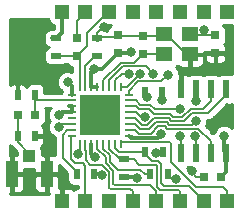
<source format=gtl>
G04 #@! TF.GenerationSoftware,KiCad,Pcbnew,(2017-11-08 revision cd21218)-HEAD*
G04 #@! TF.CreationDate,2018-02-15T18:50:46+02:00*
G04 #@! TF.ProjectId,rfm69w_adapter,72666D3639775F616461707465722E6B,rev?*
G04 #@! TF.SameCoordinates,Original*
G04 #@! TF.FileFunction,Copper,L1,Top,Signal*
G04 #@! TF.FilePolarity,Positive*
%FSLAX46Y46*%
G04 Gerber Fmt 4.6, Leading zero omitted, Abs format (unit mm)*
G04 Created by KiCad (PCBNEW (2017-11-08 revision cd21218)-HEAD) date Thu Feb 15 18:50:46 2018*
%MOMM*%
%LPD*%
G01*
G04 APERTURE LIST*
%ADD10R,1.400000X1.200000*%
%ADD11C,0.350000*%
%ADD12R,1.200000X1.200000*%
%ADD13R,0.750000X0.800000*%
%ADD14R,0.800000X0.750000*%
%ADD15R,0.500000X0.900000*%
%ADD16R,0.900000X0.500000*%
%ADD17R,0.700000X0.250000*%
%ADD18R,0.250000X0.700000*%
%ADD19R,1.725000X1.725000*%
%ADD20R,0.600000X1.550000*%
%ADD21R,1.050000X2.200000*%
%ADD22R,1.000000X1.050000*%
%ADD23C,0.800000*%
%ADD24C,0.200000*%
%ADD25C,0.300000*%
%ADD26C,0.254000*%
G04 APERTURE END LIST*
D10*
X128600000Y-67100000D03*
X126400000Y-67100000D03*
X126400000Y-65400000D03*
X128600000Y-65400000D03*
D11*
X116500000Y-68250000D03*
X116500000Y-71750000D03*
X116500000Y-73000000D03*
X113500000Y-75500000D03*
X116500000Y-73750000D03*
X117000000Y-75250000D03*
X116750000Y-74500000D03*
X116250000Y-75250000D03*
X131750000Y-65750000D03*
X130750000Y-68500000D03*
X129250000Y-68500000D03*
X128500000Y-68500000D03*
X116500000Y-64750000D03*
X116500000Y-69250000D03*
X116500000Y-70250000D03*
X117500000Y-70250000D03*
X118500000Y-78250000D03*
X117750000Y-78250000D03*
X117750000Y-77250000D03*
X130500000Y-73750000D03*
X131750000Y-73000000D03*
X131000000Y-73000000D03*
X130250000Y-73000000D03*
D12*
X131750000Y-79500000D03*
X129750000Y-79500000D03*
X127750000Y-79500000D03*
X125750000Y-79500000D03*
X123750000Y-79500000D03*
X121750000Y-79500000D03*
X119750000Y-79500000D03*
X117750000Y-79500000D03*
X131750000Y-63500000D03*
X129750000Y-63500000D03*
X127750000Y-63500000D03*
X125750000Y-63500000D03*
X123750000Y-63500000D03*
X119750000Y-63500000D03*
X121750000Y-63500000D03*
X117750000Y-63500000D03*
D13*
X130750000Y-65500000D03*
X130750000Y-67000000D03*
D14*
X114000000Y-72250000D03*
X115500000Y-72250000D03*
D15*
X115500000Y-74000000D03*
X114000000Y-74000000D03*
X114000000Y-70500000D03*
X115500000Y-70500000D03*
D14*
X129750000Y-77500000D03*
X131250000Y-77500000D03*
D15*
X126750000Y-77250000D03*
X125250000Y-77250000D03*
X119000000Y-77250000D03*
X120500000Y-77250000D03*
D13*
X124637800Y-67044000D03*
X124637800Y-65544000D03*
X122500000Y-65500000D03*
X122500000Y-67000000D03*
D16*
X120750000Y-67250000D03*
X120750000Y-65750000D03*
D13*
X119000000Y-65750000D03*
X119000000Y-67250000D03*
D16*
X117250000Y-67250000D03*
X117250000Y-65750000D03*
D15*
X124750000Y-70250000D03*
X126250000Y-70250000D03*
X124780000Y-75350000D03*
X126280000Y-75350000D03*
D17*
X118600000Y-70500000D03*
X118600000Y-71000000D03*
X118600000Y-71500000D03*
X118600000Y-72000000D03*
X118600000Y-72500000D03*
X118600000Y-73000000D03*
X118600000Y-73500000D03*
X118600000Y-74000000D03*
D18*
X119250000Y-74650000D03*
X119750000Y-74650000D03*
X120250000Y-74650000D03*
X120750000Y-74650000D03*
X121250000Y-74650000D03*
X121750000Y-74650000D03*
X122250000Y-74650000D03*
X122750000Y-74650000D03*
D17*
X123400000Y-74000000D03*
X123400000Y-73500000D03*
X123400000Y-73000000D03*
X123400000Y-72500000D03*
X123400000Y-72000000D03*
X123400000Y-71500000D03*
X123400000Y-71000000D03*
X123400000Y-70500000D03*
D18*
X122750000Y-69850000D03*
X122250000Y-69850000D03*
X121750000Y-69850000D03*
X121250000Y-69850000D03*
X120750000Y-69850000D03*
X120250000Y-69850000D03*
X119750000Y-69850000D03*
X119250000Y-69850000D03*
D19*
X121862500Y-73112500D03*
X121862500Y-71387500D03*
X120137500Y-73112500D03*
X120137500Y-71387500D03*
D20*
X131655000Y-70050000D03*
X130385000Y-70050000D03*
X129115000Y-70050000D03*
X127845000Y-70050000D03*
X127845000Y-75450000D03*
X129115000Y-75450000D03*
X130385000Y-75450000D03*
X131655000Y-75450000D03*
D21*
X116475000Y-77250000D03*
X113525000Y-77250000D03*
D22*
X115000000Y-75725000D03*
D16*
X123000000Y-77500000D03*
X123000000Y-76000000D03*
D11*
X114172857Y-64207000D03*
X114972857Y-64207000D03*
X115772857Y-64207000D03*
X114172857Y-65007000D03*
X114972857Y-65007000D03*
X115772857Y-65007000D03*
X114172857Y-65807000D03*
X114972857Y-65807000D03*
X115772857Y-65807000D03*
X114172857Y-66607000D03*
X114972857Y-66607000D03*
X115772857Y-66607000D03*
X131772857Y-66607000D03*
X114172857Y-67407000D03*
X114972857Y-67407000D03*
X115772857Y-67407000D03*
X114172857Y-68207000D03*
X114972857Y-68207000D03*
X115772857Y-68207000D03*
X130000000Y-68000000D03*
X114172857Y-69007000D03*
X114972857Y-69007000D03*
X115772857Y-69007000D03*
X131772857Y-71407000D03*
X130972857Y-72207000D03*
X131772857Y-72207000D03*
X114972857Y-77007000D03*
X114972857Y-77807000D03*
X114972857Y-78607000D03*
D23*
X121300000Y-64800000D03*
X121031000Y-72313800D03*
X128750004Y-77000000D03*
X131851400Y-68148200D03*
X127414280Y-77609979D03*
X129750000Y-65000000D03*
X125500000Y-68750000D03*
X117500000Y-72250000D03*
X123570996Y-66929000D03*
X125755398Y-75412600D03*
X120472198Y-68376800D03*
X118262400Y-69443600D03*
X120550012Y-75809990D03*
X124145026Y-77559979D03*
X121159979Y-77342024D03*
X126186430Y-73849990D03*
X131500000Y-74000000D03*
X125000000Y-70716637D03*
X124798524Y-72366659D03*
X126250000Y-71000000D03*
X129000000Y-74000000D03*
X129120532Y-72699988D03*
X129144070Y-71049965D03*
X127749994Y-74000000D03*
X127725446Y-71718827D03*
X126746000Y-68808602D03*
X119149990Y-75500000D03*
X123453610Y-68740021D03*
X124373530Y-68772790D03*
X117500000Y-73250000D03*
D24*
X117750000Y-79500000D02*
X117750000Y-77800000D01*
X117750000Y-77800000D02*
X117200000Y-77250000D01*
X117200000Y-77250000D02*
X116475000Y-77250000D01*
X128600000Y-67100000D02*
X128300000Y-67100000D01*
X128300000Y-67100000D02*
X126600000Y-65400000D01*
X126600000Y-65400000D02*
X126400000Y-65400000D01*
X124637800Y-65544000D02*
X126256000Y-65544000D01*
X126256000Y-65544000D02*
X126400000Y-65400000D01*
X121250000Y-64800000D02*
X121300000Y-64800000D01*
X120750000Y-65300000D02*
X121250000Y-64800000D01*
X120750000Y-65750000D02*
X120750000Y-65300000D01*
X122366400Y-65633600D02*
X120866400Y-65633600D01*
X120137500Y-71420300D02*
X120631001Y-71913801D01*
X120137500Y-73112500D02*
X120232300Y-73112500D01*
X120137500Y-71387500D02*
X120137500Y-71420300D01*
X120631001Y-71913801D02*
X121031000Y-72313800D01*
X120631001Y-72713799D02*
X121031000Y-72313800D01*
X120232300Y-73112500D02*
X120631001Y-72713799D01*
X129750000Y-77500000D02*
X129150000Y-77500000D01*
X129150000Y-77500000D02*
X128750004Y-77100004D01*
X128750004Y-77100004D02*
X128750004Y-77000000D01*
X122500000Y-65500000D02*
X122366400Y-65633600D01*
X120866400Y-65633600D02*
X120750000Y-65750000D01*
X124637800Y-65544000D02*
X122544000Y-65544000D01*
X122544000Y-65544000D02*
X122500000Y-65500000D01*
X120750000Y-65750000D02*
X120990800Y-65750000D01*
X126750000Y-77250000D02*
X126750000Y-77300000D01*
X127059979Y-77609979D02*
X127414280Y-77609979D01*
X126750000Y-77300000D02*
X127059979Y-77609979D01*
X119000000Y-65750000D02*
X119000000Y-64250000D01*
X119000000Y-64250000D02*
X119750000Y-63500000D01*
X119000000Y-67225000D02*
X119000000Y-67250000D01*
X121750000Y-63500000D02*
X121682396Y-63500000D01*
X119850000Y-65332396D02*
X119850000Y-66375000D01*
X119850000Y-66375000D02*
X119000000Y-67225000D01*
X121682396Y-63500000D02*
X119850000Y-65332396D01*
X121716800Y-63500000D02*
X121750000Y-63500000D01*
X119250000Y-69850000D02*
X119250000Y-67510200D01*
X119250000Y-67510200D02*
X119000000Y-67260200D01*
X119000000Y-67260200D02*
X119000000Y-67250000D01*
X117250000Y-67250000D02*
X119000000Y-67250000D01*
X118600000Y-71000000D02*
X115500000Y-71000000D01*
X115500000Y-71000000D02*
X115500000Y-70500000D01*
X115500000Y-70500000D02*
X115500000Y-72250000D01*
X129750000Y-65000000D02*
X129750000Y-65500000D01*
X121750000Y-69300000D02*
X122929989Y-68120011D01*
X124870011Y-68120011D02*
X125500000Y-68750000D01*
X121750000Y-69850000D02*
X121750000Y-69300000D01*
X122929989Y-68120011D02*
X124870011Y-68120011D01*
X130750000Y-65500000D02*
X129750000Y-65500000D01*
X129750000Y-65500000D02*
X128700000Y-65500000D01*
X128750000Y-65250000D02*
X128600000Y-65400000D01*
X125750000Y-68750000D02*
X125500000Y-68750000D01*
X128700000Y-65500000D02*
X128600000Y-65400000D01*
X123893800Y-67800000D02*
X124593800Y-67100000D01*
X122750000Y-67800000D02*
X123893800Y-67800000D01*
X121250000Y-69300000D02*
X122750000Y-67800000D01*
X121250000Y-69850000D02*
X121250000Y-69300000D01*
X124593800Y-67100000D02*
X126400000Y-67100000D01*
D25*
X123578989Y-74178989D02*
X125857431Y-74178989D01*
X125857431Y-74178989D02*
X126186430Y-73849990D01*
X123400000Y-74000000D02*
X123578989Y-74178989D01*
X123499996Y-67000000D02*
X123570996Y-66929000D01*
X122500000Y-67000000D02*
X123499996Y-67000000D01*
X120472198Y-68376800D02*
X121148200Y-68376800D01*
X121148200Y-68376800D02*
X122500000Y-67025000D01*
X122500000Y-67025000D02*
X122500000Y-67000000D01*
X126250000Y-75500000D02*
X126250000Y-75417715D01*
X126250000Y-75417715D02*
X126244885Y-75412600D01*
X126244885Y-75412600D02*
X125755398Y-75412600D01*
X120250000Y-68598998D02*
X120472198Y-68376800D01*
X120250000Y-69850000D02*
X120250000Y-68598998D01*
X117250000Y-65750000D02*
X116926800Y-65750000D01*
X118600000Y-70500000D02*
X118600000Y-69781200D01*
X118600000Y-69781200D02*
X118262400Y-69443600D01*
X120250000Y-74650000D02*
X120250000Y-75509978D01*
X120250000Y-75509978D02*
X120550012Y-75809990D01*
X123000000Y-77500000D02*
X124085047Y-77500000D01*
X124085047Y-77500000D02*
X124145026Y-77559979D01*
X120500000Y-77250000D02*
X121067955Y-77250000D01*
X121067955Y-77250000D02*
X121159979Y-77342024D01*
X118600000Y-72000000D02*
X117750000Y-72000000D01*
X117750000Y-72000000D02*
X117500000Y-72250000D01*
X117625000Y-72250000D02*
X117500000Y-72250000D01*
X118600000Y-71500000D02*
X118375000Y-71500000D01*
X117750000Y-63500000D02*
X117750000Y-65250000D01*
X117750000Y-65250000D02*
X117250000Y-65750000D01*
X118600000Y-71500000D02*
X118600000Y-72000000D01*
X131500000Y-74000000D02*
X131500000Y-75295000D01*
X131500000Y-75295000D02*
X131655000Y-75450000D01*
X120750000Y-69850000D02*
X120250000Y-69850000D01*
X131655000Y-75450000D02*
X131655000Y-77095000D01*
X131655000Y-77095000D02*
X131250000Y-77500000D01*
D24*
X119750000Y-69850000D02*
X119750000Y-68050000D01*
X119750000Y-68050000D02*
X120550000Y-67250000D01*
X120550000Y-67250000D02*
X120750000Y-67250000D01*
X117820000Y-73892004D02*
X118212004Y-73500000D01*
X117820000Y-75870000D02*
X117820000Y-73892004D01*
X119000000Y-77050000D02*
X117820000Y-75870000D01*
X119000000Y-77250000D02*
X119000000Y-77050000D01*
X118212004Y-73500000D02*
X118600000Y-73500000D01*
X123400000Y-72000000D02*
X124047996Y-72000000D01*
X124750000Y-70466637D02*
X125000000Y-70716637D01*
X124750000Y-70250000D02*
X124750000Y-70466637D01*
X124414655Y-72366659D02*
X124798524Y-72366659D01*
X124047996Y-72000000D02*
X124414655Y-72366659D01*
X126250000Y-70250000D02*
X126250000Y-71000000D01*
X129115000Y-74115000D02*
X129000000Y-74000000D01*
X129115000Y-75450000D02*
X129115000Y-74115000D01*
X124800000Y-77250000D02*
X124400011Y-76850011D01*
X125250000Y-77250000D02*
X124800000Y-77250000D01*
X124400011Y-76850011D02*
X122468411Y-76850011D01*
X122468411Y-76850011D02*
X121793000Y-76174600D01*
X121793000Y-76174600D02*
X121793000Y-75627439D01*
X121793000Y-75627439D02*
X121250000Y-75084439D01*
X121250000Y-75084439D02*
X121250000Y-74650000D01*
X126498432Y-73199988D02*
X126678442Y-73379998D01*
X130385000Y-74475000D02*
X130385000Y-75450000D01*
X125274438Y-73799978D02*
X125874428Y-73199988D01*
X129289998Y-73379998D02*
X130385000Y-74475000D01*
X126678442Y-73379998D02*
X129289998Y-73379998D01*
X125874428Y-73199988D02*
X126498432Y-73199988D01*
X123400000Y-73500000D02*
X123973274Y-73500000D01*
X123973274Y-73500000D02*
X124273252Y-73799978D01*
X124273252Y-73799978D02*
X125274438Y-73799978D01*
X123400000Y-73000000D02*
X123950000Y-73000000D01*
X126643412Y-72849978D02*
X126853421Y-73059987D01*
X123950000Y-73000000D02*
X124399967Y-73449967D01*
X128760533Y-73059987D02*
X129120532Y-72699988D01*
X125129459Y-73449967D02*
X125729449Y-72849977D01*
X125729449Y-72849977D02*
X126643412Y-72849978D01*
X124399967Y-73449967D02*
X125129459Y-73449967D01*
X126853421Y-73059987D02*
X128760533Y-73059987D01*
X129115000Y-71025000D02*
X129139965Y-71049965D01*
X129115000Y-70050000D02*
X129115000Y-71025000D01*
X129139965Y-71049965D02*
X129144070Y-71049965D01*
X123950000Y-72500000D02*
X124549956Y-73099956D01*
X123400000Y-72500000D02*
X123950000Y-72500000D01*
X128808530Y-72049986D02*
X130130014Y-72049986D01*
X130130014Y-72049986D02*
X131655000Y-70525000D01*
X128118540Y-72739976D02*
X128808530Y-72049986D01*
X127028400Y-72739976D02*
X128118540Y-72739976D01*
X125584471Y-72499967D02*
X126788392Y-72499968D01*
X131655000Y-70525000D02*
X131655000Y-70050000D01*
X124549956Y-73099956D02*
X124984480Y-73099956D01*
X124984480Y-73099956D02*
X125584471Y-72499967D01*
X126788392Y-72499968D02*
X127028400Y-72739976D01*
X126933372Y-72149958D02*
X127183370Y-72399956D01*
X127963570Y-72399956D02*
X128663551Y-71699975D01*
X125543825Y-72149958D02*
X126933372Y-72149958D01*
X123400000Y-71500000D02*
X124042986Y-71500000D01*
X127183370Y-72399956D02*
X127963570Y-72399956D01*
X124259644Y-71716658D02*
X125110525Y-71716658D01*
X125110525Y-71716658D02*
X125543825Y-72149958D01*
X124042986Y-71500000D02*
X124259644Y-71716658D01*
X130385000Y-71025000D02*
X130385000Y-70050000D01*
X128663551Y-71699975D02*
X129710025Y-71699975D01*
X129710025Y-71699975D02*
X130385000Y-71025000D01*
X127845000Y-75450000D02*
X127845000Y-74095006D01*
X127845000Y-74095006D02*
X127749994Y-74000000D01*
X124404623Y-71366647D02*
X125255505Y-71366648D01*
X125607684Y-71718827D02*
X127725446Y-71718827D01*
X123400000Y-71000000D02*
X124037976Y-71000000D01*
X125255505Y-71366648D02*
X125607684Y-71718827D01*
X124037976Y-71000000D02*
X124404623Y-71366647D01*
X114000000Y-74000000D02*
X114000000Y-74500000D01*
X114000000Y-74500000D02*
X115000000Y-75500000D01*
X115000000Y-75500000D02*
X115000000Y-75725000D01*
X114000000Y-72250000D02*
X114000000Y-74000000D01*
X125780011Y-76460011D02*
X125850000Y-76530000D01*
X124313611Y-76460011D02*
X125780011Y-76460011D01*
X123853600Y-76000000D02*
X124313611Y-76460011D01*
X123000000Y-76000000D02*
X123853600Y-76000000D01*
X125850000Y-76530000D02*
X125850000Y-78302563D01*
X125850000Y-78302563D02*
X126097437Y-78550000D01*
X126097437Y-78550000D02*
X127600000Y-78550000D01*
X127600000Y-78550000D02*
X127750000Y-78700000D01*
X127750000Y-78700000D02*
X127750000Y-79500000D01*
X127750000Y-79500000D02*
X127397435Y-79500000D01*
X121750000Y-75089449D02*
X122660551Y-76000000D01*
X121750000Y-74650000D02*
X121750000Y-75089449D01*
X122660551Y-76000000D02*
X123000000Y-76000000D01*
X126879000Y-74549000D02*
X122851000Y-74549000D01*
X127000000Y-74670000D02*
X126879000Y-74549000D01*
X127000000Y-76212004D02*
X127000000Y-74670000D01*
X129137996Y-78350000D02*
X127000000Y-76212004D01*
X131400000Y-78350000D02*
X129137996Y-78350000D01*
X131750000Y-78700000D02*
X131400000Y-78350000D01*
X122851000Y-74549000D02*
X122750000Y-74650000D01*
X131750000Y-79500000D02*
X131750000Y-78700000D01*
X126161802Y-69392800D02*
X126746000Y-68808602D01*
X123400000Y-70224200D02*
X124231400Y-69392800D01*
X124231400Y-69392800D02*
X126161802Y-69392800D01*
X123400000Y-70500000D02*
X123400000Y-70224200D01*
X121900000Y-78500000D02*
X121779989Y-78379989D01*
X119770000Y-76031200D02*
X119770000Y-75220000D01*
X121143274Y-76430000D02*
X120168800Y-76430000D01*
X120168800Y-76430000D02*
X119770000Y-76031200D01*
X119770000Y-75220000D02*
X119750000Y-75200000D01*
X119750000Y-75200000D02*
X119750000Y-74650000D01*
X121779989Y-77066715D02*
X121143274Y-76430000D01*
X123750000Y-78700000D02*
X123550000Y-78500000D01*
X121779989Y-78379989D02*
X121779989Y-77066715D01*
X123550000Y-78500000D02*
X121900000Y-78500000D01*
X123750000Y-79500000D02*
X123750000Y-78700000D01*
X123451435Y-79500000D02*
X123750000Y-79500000D01*
X121472989Y-75802418D02*
X121472989Y-76307152D01*
X120750000Y-74650000D02*
X120750000Y-75079429D01*
X122229989Y-78179989D02*
X125229989Y-78179989D01*
X121472989Y-76307152D02*
X122100000Y-76934162D01*
X122100000Y-78050000D02*
X122229989Y-78179989D01*
X120750000Y-75079429D02*
X121472989Y-75802418D01*
X122100000Y-76934162D02*
X122100000Y-78050000D01*
X125750000Y-78700000D02*
X125750000Y-79500000D01*
X125229989Y-78179989D02*
X125750000Y-78700000D01*
X119250000Y-74650000D02*
X119250000Y-75399990D01*
X119250000Y-75399990D02*
X119149990Y-75500000D01*
X118841057Y-76276200D02*
X119507000Y-76276200D01*
X118500000Y-75935143D02*
X118841057Y-76276200D01*
X118500000Y-74000000D02*
X118500000Y-75935143D01*
X118600000Y-74000000D02*
X118500000Y-74000000D01*
X119507000Y-76276200D02*
X119750000Y-76519200D01*
X119750000Y-76519200D02*
X119750000Y-79500000D01*
X124780000Y-75350000D02*
X124780000Y-75550000D01*
X126170011Y-78020011D02*
X126379989Y-78229989D01*
X126379989Y-78229989D02*
X128479989Y-78229989D01*
X124780000Y-75550000D02*
X125370000Y-76140000D01*
X126170011Y-76397448D02*
X126170011Y-78020011D01*
X125912563Y-76140000D02*
X126170011Y-76397448D01*
X128479989Y-78229989D02*
X129750000Y-79500000D01*
X125370000Y-76140000D02*
X125912563Y-76140000D01*
X124750000Y-75380000D02*
X124780000Y-75350000D01*
X122626994Y-75380000D02*
X124750000Y-75380000D01*
X122250000Y-75003006D02*
X122626994Y-75380000D01*
X122250000Y-74650000D02*
X122250000Y-75003006D01*
X122809979Y-68740021D02*
X123453610Y-68740021D01*
X122250000Y-69850000D02*
X122250000Y-69300000D01*
X122250000Y-69300000D02*
X122809979Y-68740021D01*
X122750000Y-69850000D02*
X123296320Y-69850000D01*
X123296320Y-69850000D02*
X124373530Y-68772790D01*
X118600000Y-73000000D02*
X117750000Y-73000000D01*
X117750000Y-73000000D02*
X117500000Y-73250000D01*
D26*
G36*
X116786441Y-71651253D02*
X116683733Y-71801254D01*
X116612117Y-71968347D01*
X116574320Y-72146168D01*
X116571782Y-72327945D01*
X116604599Y-72506752D01*
X116671522Y-72675780D01*
X116719098Y-72749604D01*
X116683733Y-72801254D01*
X116612117Y-72968347D01*
X116574320Y-73146168D01*
X116571782Y-73327945D01*
X116604599Y-73506752D01*
X116671522Y-73675780D01*
X116770001Y-73828590D01*
X116896286Y-73959362D01*
X117045566Y-74063114D01*
X117193000Y-74127526D01*
X117193000Y-75659523D01*
X117153720Y-75643252D01*
X117051905Y-75623000D01*
X116679750Y-75623000D01*
X116548000Y-75754750D01*
X116548000Y-77177000D01*
X117395250Y-77177000D01*
X117527000Y-77045250D01*
X117527000Y-76463712D01*
X118220451Y-77157163D01*
X118220451Y-77700000D01*
X118230626Y-77803310D01*
X118260761Y-77902650D01*
X118309696Y-77994202D01*
X118375552Y-78074448D01*
X118455798Y-78140304D01*
X118547350Y-78189239D01*
X118646690Y-78219374D01*
X118750000Y-78229549D01*
X119123000Y-78229549D01*
X119123000Y-78373110D01*
X119046690Y-78380626D01*
X118947350Y-78410761D01*
X118855798Y-78459696D01*
X118775552Y-78525552D01*
X118750892Y-78555601D01*
X118685943Y-78490652D01*
X118599628Y-78432979D01*
X118503720Y-78393252D01*
X118401905Y-78373000D01*
X117954750Y-78373000D01*
X117823000Y-78504750D01*
X117823000Y-78898000D01*
X117677000Y-78898000D01*
X117677000Y-78504750D01*
X117545250Y-78373000D01*
X117527000Y-78373000D01*
X117527000Y-77454750D01*
X117395250Y-77323000D01*
X116548000Y-77323000D01*
X116548000Y-78745250D01*
X116627620Y-78824870D01*
X116623000Y-78848095D01*
X116623000Y-78898000D01*
X113352000Y-78898000D01*
X113352000Y-78845250D01*
X113452000Y-78745250D01*
X113452000Y-77323000D01*
X113598000Y-77323000D01*
X113598000Y-78745250D01*
X113729750Y-78877000D01*
X114101905Y-78877000D01*
X114203720Y-78856748D01*
X114299628Y-78817021D01*
X114385943Y-78759348D01*
X114459348Y-78685943D01*
X114517021Y-78599628D01*
X114556748Y-78503720D01*
X114577000Y-78401905D01*
X114577000Y-77454750D01*
X115423000Y-77454750D01*
X115423000Y-78401905D01*
X115443252Y-78503720D01*
X115482979Y-78599628D01*
X115540652Y-78685943D01*
X115614057Y-78759348D01*
X115700372Y-78817021D01*
X115796280Y-78856748D01*
X115898095Y-78877000D01*
X116270250Y-78877000D01*
X116402000Y-78745250D01*
X116402000Y-77323000D01*
X115554750Y-77323000D01*
X115423000Y-77454750D01*
X114577000Y-77454750D01*
X114445250Y-77323000D01*
X113598000Y-77323000D01*
X113452000Y-77323000D01*
X113432000Y-77323000D01*
X113432000Y-77177000D01*
X113452000Y-77177000D01*
X113452000Y-75754750D01*
X113352000Y-75654750D01*
X113352000Y-74795750D01*
X113375552Y-74824448D01*
X113455798Y-74890304D01*
X113547350Y-74939239D01*
X113554818Y-74941504D01*
X113555021Y-74941710D01*
X113555099Y-74941806D01*
X113555188Y-74941880D01*
X113556644Y-74943356D01*
X113970451Y-75357163D01*
X113970451Y-75623000D01*
X113729750Y-75623000D01*
X113598000Y-75754750D01*
X113598000Y-77177000D01*
X114445250Y-77177000D01*
X114577000Y-77045250D01*
X114577000Y-76779549D01*
X115423000Y-76779549D01*
X115423000Y-77045250D01*
X115554750Y-77177000D01*
X116402000Y-77177000D01*
X116402000Y-75754750D01*
X116270250Y-75623000D01*
X116029549Y-75623000D01*
X116029549Y-75200000D01*
X116019374Y-75096690D01*
X115989239Y-74997350D01*
X115955969Y-74935105D01*
X115999628Y-74917021D01*
X116085943Y-74859348D01*
X116159348Y-74785943D01*
X116217021Y-74699628D01*
X116256748Y-74603720D01*
X116277000Y-74501905D01*
X116277000Y-74204750D01*
X116145250Y-74073000D01*
X115573000Y-74073000D01*
X115573000Y-74093000D01*
X115427000Y-74093000D01*
X115427000Y-74073000D01*
X115407000Y-74073000D01*
X115407000Y-73927000D01*
X115427000Y-73927000D01*
X115427000Y-73907000D01*
X115573000Y-73907000D01*
X115573000Y-73927000D01*
X116145250Y-73927000D01*
X116277000Y-73795250D01*
X116277000Y-73498095D01*
X116256748Y-73396280D01*
X116217021Y-73300372D01*
X116159348Y-73214057D01*
X116085943Y-73140652D01*
X116063972Y-73125972D01*
X116102650Y-73114239D01*
X116194202Y-73065304D01*
X116274448Y-72999448D01*
X116340304Y-72919202D01*
X116389239Y-72827650D01*
X116419374Y-72728310D01*
X116429549Y-72625000D01*
X116429549Y-71875000D01*
X116419374Y-71771690D01*
X116389239Y-71672350D01*
X116364999Y-71627000D01*
X116811207Y-71627000D01*
X116786441Y-71651253D01*
X116786441Y-71651253D01*
G37*
X116786441Y-71651253D02*
X116683733Y-71801254D01*
X116612117Y-71968347D01*
X116574320Y-72146168D01*
X116571782Y-72327945D01*
X116604599Y-72506752D01*
X116671522Y-72675780D01*
X116719098Y-72749604D01*
X116683733Y-72801254D01*
X116612117Y-72968347D01*
X116574320Y-73146168D01*
X116571782Y-73327945D01*
X116604599Y-73506752D01*
X116671522Y-73675780D01*
X116770001Y-73828590D01*
X116896286Y-73959362D01*
X117045566Y-74063114D01*
X117193000Y-74127526D01*
X117193000Y-75659523D01*
X117153720Y-75643252D01*
X117051905Y-75623000D01*
X116679750Y-75623000D01*
X116548000Y-75754750D01*
X116548000Y-77177000D01*
X117395250Y-77177000D01*
X117527000Y-77045250D01*
X117527000Y-76463712D01*
X118220451Y-77157163D01*
X118220451Y-77700000D01*
X118230626Y-77803310D01*
X118260761Y-77902650D01*
X118309696Y-77994202D01*
X118375552Y-78074448D01*
X118455798Y-78140304D01*
X118547350Y-78189239D01*
X118646690Y-78219374D01*
X118750000Y-78229549D01*
X119123000Y-78229549D01*
X119123000Y-78373110D01*
X119046690Y-78380626D01*
X118947350Y-78410761D01*
X118855798Y-78459696D01*
X118775552Y-78525552D01*
X118750892Y-78555601D01*
X118685943Y-78490652D01*
X118599628Y-78432979D01*
X118503720Y-78393252D01*
X118401905Y-78373000D01*
X117954750Y-78373000D01*
X117823000Y-78504750D01*
X117823000Y-78898000D01*
X117677000Y-78898000D01*
X117677000Y-78504750D01*
X117545250Y-78373000D01*
X117527000Y-78373000D01*
X117527000Y-77454750D01*
X117395250Y-77323000D01*
X116548000Y-77323000D01*
X116548000Y-78745250D01*
X116627620Y-78824870D01*
X116623000Y-78848095D01*
X116623000Y-78898000D01*
X113352000Y-78898000D01*
X113352000Y-78845250D01*
X113452000Y-78745250D01*
X113452000Y-77323000D01*
X113598000Y-77323000D01*
X113598000Y-78745250D01*
X113729750Y-78877000D01*
X114101905Y-78877000D01*
X114203720Y-78856748D01*
X114299628Y-78817021D01*
X114385943Y-78759348D01*
X114459348Y-78685943D01*
X114517021Y-78599628D01*
X114556748Y-78503720D01*
X114577000Y-78401905D01*
X114577000Y-77454750D01*
X115423000Y-77454750D01*
X115423000Y-78401905D01*
X115443252Y-78503720D01*
X115482979Y-78599628D01*
X115540652Y-78685943D01*
X115614057Y-78759348D01*
X115700372Y-78817021D01*
X115796280Y-78856748D01*
X115898095Y-78877000D01*
X116270250Y-78877000D01*
X116402000Y-78745250D01*
X116402000Y-77323000D01*
X115554750Y-77323000D01*
X115423000Y-77454750D01*
X114577000Y-77454750D01*
X114445250Y-77323000D01*
X113598000Y-77323000D01*
X113452000Y-77323000D01*
X113432000Y-77323000D01*
X113432000Y-77177000D01*
X113452000Y-77177000D01*
X113452000Y-75754750D01*
X113352000Y-75654750D01*
X113352000Y-74795750D01*
X113375552Y-74824448D01*
X113455798Y-74890304D01*
X113547350Y-74939239D01*
X113554818Y-74941504D01*
X113555021Y-74941710D01*
X113555099Y-74941806D01*
X113555188Y-74941880D01*
X113556644Y-74943356D01*
X113970451Y-75357163D01*
X113970451Y-75623000D01*
X113729750Y-75623000D01*
X113598000Y-75754750D01*
X113598000Y-77177000D01*
X114445250Y-77177000D01*
X114577000Y-77045250D01*
X114577000Y-76779549D01*
X115423000Y-76779549D01*
X115423000Y-77045250D01*
X115554750Y-77177000D01*
X116402000Y-77177000D01*
X116402000Y-75754750D01*
X116270250Y-75623000D01*
X116029549Y-75623000D01*
X116029549Y-75200000D01*
X116019374Y-75096690D01*
X115989239Y-74997350D01*
X115955969Y-74935105D01*
X115999628Y-74917021D01*
X116085943Y-74859348D01*
X116159348Y-74785943D01*
X116217021Y-74699628D01*
X116256748Y-74603720D01*
X116277000Y-74501905D01*
X116277000Y-74204750D01*
X116145250Y-74073000D01*
X115573000Y-74073000D01*
X115573000Y-74093000D01*
X115427000Y-74093000D01*
X115427000Y-74073000D01*
X115407000Y-74073000D01*
X115407000Y-73927000D01*
X115427000Y-73927000D01*
X115427000Y-73907000D01*
X115573000Y-73907000D01*
X115573000Y-73927000D01*
X116145250Y-73927000D01*
X116277000Y-73795250D01*
X116277000Y-73498095D01*
X116256748Y-73396280D01*
X116217021Y-73300372D01*
X116159348Y-73214057D01*
X116085943Y-73140652D01*
X116063972Y-73125972D01*
X116102650Y-73114239D01*
X116194202Y-73065304D01*
X116274448Y-72999448D01*
X116340304Y-72919202D01*
X116389239Y-72827650D01*
X116419374Y-72728310D01*
X116429549Y-72625000D01*
X116429549Y-71875000D01*
X116419374Y-71771690D01*
X116389239Y-71672350D01*
X116364999Y-71627000D01*
X116811207Y-71627000D01*
X116786441Y-71651253D01*
G36*
X129823000Y-77427000D02*
X129843000Y-77427000D01*
X129843000Y-77573000D01*
X129823000Y-77573000D01*
X129823000Y-77593000D01*
X129677000Y-77593000D01*
X129677000Y-77573000D01*
X129657000Y-77573000D01*
X129657000Y-77427000D01*
X129677000Y-77427000D01*
X129677000Y-77407000D01*
X129823000Y-77407000D01*
X129823000Y-77427000D01*
X129823000Y-77427000D01*
G37*
X129823000Y-77427000D02*
X129843000Y-77427000D01*
X129843000Y-77573000D01*
X129823000Y-77573000D01*
X129823000Y-77593000D01*
X129677000Y-77593000D01*
X129677000Y-77573000D01*
X129657000Y-77573000D01*
X129657000Y-77427000D01*
X129677000Y-77427000D01*
X129677000Y-77407000D01*
X129823000Y-77407000D01*
X129823000Y-77427000D01*
G36*
X128520798Y-76665304D02*
X128612350Y-76714239D01*
X128711690Y-76744374D01*
X128815000Y-76754549D01*
X128975160Y-76754549D01*
X128940652Y-76789057D01*
X128882979Y-76875372D01*
X128843252Y-76971280D01*
X128823000Y-77073095D01*
X128823000Y-77148292D01*
X128374562Y-76699854D01*
X128439202Y-76665304D01*
X128480000Y-76631822D01*
X128520798Y-76665304D01*
X128520798Y-76665304D01*
G37*
X128520798Y-76665304D02*
X128612350Y-76714239D01*
X128711690Y-76744374D01*
X128815000Y-76754549D01*
X128975160Y-76754549D01*
X128940652Y-76789057D01*
X128882979Y-76875372D01*
X128843252Y-76971280D01*
X128823000Y-77073095D01*
X128823000Y-77148292D01*
X128374562Y-76699854D01*
X128439202Y-76665304D01*
X128480000Y-76631822D01*
X128520798Y-76665304D01*
G36*
X132148000Y-73336907D02*
X132093751Y-73282278D01*
X131943037Y-73180621D01*
X131775448Y-73110173D01*
X131597367Y-73073618D01*
X131415577Y-73072349D01*
X131237003Y-73106413D01*
X131068447Y-73174515D01*
X130916328Y-73274058D01*
X130786441Y-73401253D01*
X130683733Y-73551254D01*
X130612117Y-73718347D01*
X130595103Y-73798391D01*
X129938569Y-73141857D01*
X130004396Y-72994010D01*
X130044672Y-72816734D01*
X130046623Y-72676986D01*
X130130014Y-72676986D01*
X130187706Y-72671329D01*
X130245352Y-72666286D01*
X130248515Y-72665367D01*
X130251799Y-72665045D01*
X130307238Y-72648307D01*
X130362861Y-72632147D01*
X130365791Y-72630628D01*
X130368945Y-72629676D01*
X130420058Y-72602499D01*
X130471503Y-72575833D01*
X130474080Y-72573776D01*
X130476991Y-72572228D01*
X130521874Y-72535623D01*
X130567137Y-72499489D01*
X130571724Y-72494965D01*
X130571820Y-72494887D01*
X130571894Y-72494798D01*
X130573370Y-72493342D01*
X131712163Y-71354549D01*
X131955000Y-71354549D01*
X132058310Y-71344374D01*
X132148000Y-71317166D01*
X132148000Y-73336907D01*
X132148000Y-73336907D01*
G37*
X132148000Y-73336907D02*
X132093751Y-73282278D01*
X131943037Y-73180621D01*
X131775448Y-73110173D01*
X131597367Y-73073618D01*
X131415577Y-73072349D01*
X131237003Y-73106413D01*
X131068447Y-73174515D01*
X130916328Y-73274058D01*
X130786441Y-73401253D01*
X130683733Y-73551254D01*
X130612117Y-73718347D01*
X130595103Y-73798391D01*
X129938569Y-73141857D01*
X130004396Y-72994010D01*
X130044672Y-72816734D01*
X130046623Y-72676986D01*
X130130014Y-72676986D01*
X130187706Y-72671329D01*
X130245352Y-72666286D01*
X130248515Y-72665367D01*
X130251799Y-72665045D01*
X130307238Y-72648307D01*
X130362861Y-72632147D01*
X130365791Y-72630628D01*
X130368945Y-72629676D01*
X130420058Y-72602499D01*
X130471503Y-72575833D01*
X130474080Y-72573776D01*
X130476991Y-72572228D01*
X130521874Y-72535623D01*
X130567137Y-72499489D01*
X130571724Y-72494965D01*
X130571820Y-72494887D01*
X130571894Y-72494798D01*
X130573370Y-72493342D01*
X131712163Y-71354549D01*
X131955000Y-71354549D01*
X132058310Y-71344374D01*
X132148000Y-71317166D01*
X132148000Y-73336907D01*
G36*
X120210500Y-71314500D02*
X121789500Y-71314500D01*
X121789500Y-71294500D01*
X121935500Y-71294500D01*
X121935500Y-71314500D01*
X121955500Y-71314500D01*
X121955500Y-71460500D01*
X121935500Y-71460500D01*
X121935500Y-73039500D01*
X121955500Y-73039500D01*
X121955500Y-73185500D01*
X121935500Y-73185500D01*
X121935500Y-73205500D01*
X121789500Y-73205500D01*
X121789500Y-73185500D01*
X120210500Y-73185500D01*
X120210500Y-73205500D01*
X120064500Y-73205500D01*
X120064500Y-73185500D01*
X120044500Y-73185500D01*
X120044500Y-73039500D01*
X120064500Y-73039500D01*
X120064500Y-71460500D01*
X120210500Y-71460500D01*
X120210500Y-73039500D01*
X121789500Y-73039500D01*
X121789500Y-71460500D01*
X120210500Y-71460500D01*
X120064500Y-71460500D01*
X120044500Y-71460500D01*
X120044500Y-71314500D01*
X120064500Y-71314500D01*
X120064500Y-71294500D01*
X120210500Y-71294500D01*
X120210500Y-71314500D01*
X120210500Y-71314500D01*
G37*
X120210500Y-71314500D02*
X121789500Y-71314500D01*
X121789500Y-71294500D01*
X121935500Y-71294500D01*
X121935500Y-71314500D01*
X121955500Y-71314500D01*
X121955500Y-71460500D01*
X121935500Y-71460500D01*
X121935500Y-73039500D01*
X121955500Y-73039500D01*
X121955500Y-73185500D01*
X121935500Y-73185500D01*
X121935500Y-73205500D01*
X121789500Y-73205500D01*
X121789500Y-73185500D01*
X120210500Y-73185500D01*
X120210500Y-73205500D01*
X120064500Y-73205500D01*
X120064500Y-73185500D01*
X120044500Y-73185500D01*
X120044500Y-73039500D01*
X120064500Y-73039500D01*
X120064500Y-71460500D01*
X120210500Y-71460500D01*
X120210500Y-73039500D01*
X121789500Y-73039500D01*
X121789500Y-71460500D01*
X120210500Y-71460500D01*
X120064500Y-71460500D01*
X120044500Y-71460500D01*
X120044500Y-71314500D01*
X120064500Y-71314500D01*
X120064500Y-71294500D01*
X120210500Y-71294500D01*
X120210500Y-71314500D01*
G36*
X116630626Y-64203310D02*
X116660761Y-64302650D01*
X116709696Y-64394202D01*
X116775552Y-64474448D01*
X116855798Y-64540304D01*
X116947350Y-64589239D01*
X117046690Y-64619374D01*
X117073000Y-64621965D01*
X117073000Y-64969578D01*
X117072127Y-64970451D01*
X116800000Y-64970451D01*
X116696690Y-64980626D01*
X116597350Y-65010761D01*
X116505798Y-65059696D01*
X116425552Y-65125552D01*
X116359696Y-65205798D01*
X116310761Y-65297350D01*
X116280626Y-65396690D01*
X116270451Y-65500000D01*
X116270451Y-65591828D01*
X116263628Y-65613870D01*
X116249816Y-65745274D01*
X116261792Y-65876857D01*
X116270451Y-65906278D01*
X116270451Y-66000000D01*
X116280626Y-66103310D01*
X116310761Y-66202650D01*
X116359696Y-66294202D01*
X116425552Y-66374448D01*
X116505798Y-66440304D01*
X116597350Y-66489239D01*
X116632824Y-66500000D01*
X116597350Y-66510761D01*
X116505798Y-66559696D01*
X116425552Y-66625552D01*
X116359696Y-66705798D01*
X116310761Y-66797350D01*
X116280626Y-66896690D01*
X116270451Y-67000000D01*
X116270451Y-67500000D01*
X116280626Y-67603310D01*
X116310761Y-67702650D01*
X116359696Y-67794202D01*
X116425552Y-67874448D01*
X116505798Y-67940304D01*
X116597350Y-67989239D01*
X116696690Y-68019374D01*
X116800000Y-68029549D01*
X117700000Y-68029549D01*
X117803310Y-68019374D01*
X117902650Y-67989239D01*
X117994202Y-67940304D01*
X118071338Y-67877000D01*
X118148776Y-67877000D01*
X118184696Y-67944202D01*
X118250552Y-68024448D01*
X118330798Y-68090304D01*
X118422350Y-68139239D01*
X118521690Y-68169374D01*
X118623000Y-68179352D01*
X118623000Y-68589568D01*
X118537848Y-68553773D01*
X118359767Y-68517218D01*
X118177977Y-68515949D01*
X117999403Y-68550013D01*
X117830847Y-68618115D01*
X117678728Y-68717658D01*
X117548841Y-68844853D01*
X117446133Y-68994854D01*
X117374517Y-69161947D01*
X117336720Y-69339768D01*
X117334182Y-69521545D01*
X117366999Y-69700352D01*
X117433922Y-69869380D01*
X117532401Y-70022190D01*
X117658686Y-70152962D01*
X117747845Y-70214929D01*
X117730626Y-70271690D01*
X117720648Y-70373000D01*
X116279549Y-70373000D01*
X116279549Y-70050000D01*
X116269374Y-69946690D01*
X116239239Y-69847350D01*
X116190304Y-69755798D01*
X116124448Y-69675552D01*
X116044202Y-69609696D01*
X115952650Y-69560761D01*
X115853310Y-69530626D01*
X115750000Y-69520451D01*
X115250000Y-69520451D01*
X115146690Y-69530626D01*
X115047350Y-69560761D01*
X114955798Y-69609696D01*
X114875552Y-69675552D01*
X114809696Y-69755798D01*
X114760761Y-69847350D01*
X114750496Y-69881187D01*
X114717021Y-69800372D01*
X114659348Y-69714057D01*
X114585943Y-69640652D01*
X114499628Y-69582979D01*
X114403720Y-69543252D01*
X114301905Y-69523000D01*
X114204750Y-69523000D01*
X114073000Y-69654750D01*
X114073000Y-70427000D01*
X114093000Y-70427000D01*
X114093000Y-70573000D01*
X114073000Y-70573000D01*
X114073000Y-70593000D01*
X113927000Y-70593000D01*
X113927000Y-70573000D01*
X113907000Y-70573000D01*
X113907000Y-70427000D01*
X113927000Y-70427000D01*
X113927000Y-69654750D01*
X113795250Y-69523000D01*
X113698095Y-69523000D01*
X113596280Y-69543252D01*
X113500372Y-69582979D01*
X113414057Y-69640652D01*
X113352000Y-69702709D01*
X113352000Y-64102000D01*
X116620648Y-64102000D01*
X116630626Y-64203310D01*
X116630626Y-64203310D01*
G37*
X116630626Y-64203310D02*
X116660761Y-64302650D01*
X116709696Y-64394202D01*
X116775552Y-64474448D01*
X116855798Y-64540304D01*
X116947350Y-64589239D01*
X117046690Y-64619374D01*
X117073000Y-64621965D01*
X117073000Y-64969578D01*
X117072127Y-64970451D01*
X116800000Y-64970451D01*
X116696690Y-64980626D01*
X116597350Y-65010761D01*
X116505798Y-65059696D01*
X116425552Y-65125552D01*
X116359696Y-65205798D01*
X116310761Y-65297350D01*
X116280626Y-65396690D01*
X116270451Y-65500000D01*
X116270451Y-65591828D01*
X116263628Y-65613870D01*
X116249816Y-65745274D01*
X116261792Y-65876857D01*
X116270451Y-65906278D01*
X116270451Y-66000000D01*
X116280626Y-66103310D01*
X116310761Y-66202650D01*
X116359696Y-66294202D01*
X116425552Y-66374448D01*
X116505798Y-66440304D01*
X116597350Y-66489239D01*
X116632824Y-66500000D01*
X116597350Y-66510761D01*
X116505798Y-66559696D01*
X116425552Y-66625552D01*
X116359696Y-66705798D01*
X116310761Y-66797350D01*
X116280626Y-66896690D01*
X116270451Y-67000000D01*
X116270451Y-67500000D01*
X116280626Y-67603310D01*
X116310761Y-67702650D01*
X116359696Y-67794202D01*
X116425552Y-67874448D01*
X116505798Y-67940304D01*
X116597350Y-67989239D01*
X116696690Y-68019374D01*
X116800000Y-68029549D01*
X117700000Y-68029549D01*
X117803310Y-68019374D01*
X117902650Y-67989239D01*
X117994202Y-67940304D01*
X118071338Y-67877000D01*
X118148776Y-67877000D01*
X118184696Y-67944202D01*
X118250552Y-68024448D01*
X118330798Y-68090304D01*
X118422350Y-68139239D01*
X118521690Y-68169374D01*
X118623000Y-68179352D01*
X118623000Y-68589568D01*
X118537848Y-68553773D01*
X118359767Y-68517218D01*
X118177977Y-68515949D01*
X117999403Y-68550013D01*
X117830847Y-68618115D01*
X117678728Y-68717658D01*
X117548841Y-68844853D01*
X117446133Y-68994854D01*
X117374517Y-69161947D01*
X117336720Y-69339768D01*
X117334182Y-69521545D01*
X117366999Y-69700352D01*
X117433922Y-69869380D01*
X117532401Y-70022190D01*
X117658686Y-70152962D01*
X117747845Y-70214929D01*
X117730626Y-70271690D01*
X117720648Y-70373000D01*
X116279549Y-70373000D01*
X116279549Y-70050000D01*
X116269374Y-69946690D01*
X116239239Y-69847350D01*
X116190304Y-69755798D01*
X116124448Y-69675552D01*
X116044202Y-69609696D01*
X115952650Y-69560761D01*
X115853310Y-69530626D01*
X115750000Y-69520451D01*
X115250000Y-69520451D01*
X115146690Y-69530626D01*
X115047350Y-69560761D01*
X114955798Y-69609696D01*
X114875552Y-69675552D01*
X114809696Y-69755798D01*
X114760761Y-69847350D01*
X114750496Y-69881187D01*
X114717021Y-69800372D01*
X114659348Y-69714057D01*
X114585943Y-69640652D01*
X114499628Y-69582979D01*
X114403720Y-69543252D01*
X114301905Y-69523000D01*
X114204750Y-69523000D01*
X114073000Y-69654750D01*
X114073000Y-70427000D01*
X114093000Y-70427000D01*
X114093000Y-70573000D01*
X114073000Y-70573000D01*
X114073000Y-70593000D01*
X113927000Y-70593000D01*
X113927000Y-70573000D01*
X113907000Y-70573000D01*
X113907000Y-70427000D01*
X113927000Y-70427000D01*
X113927000Y-69654750D01*
X113795250Y-69523000D01*
X113698095Y-69523000D01*
X113596280Y-69543252D01*
X113500372Y-69582979D01*
X113414057Y-69640652D01*
X113352000Y-69702709D01*
X113352000Y-64102000D01*
X116620648Y-64102000D01*
X116630626Y-64203310D01*
G36*
X132148000Y-68782834D02*
X132058310Y-68755626D01*
X131955000Y-68745451D01*
X131355000Y-68745451D01*
X131251690Y-68755626D01*
X131152350Y-68785761D01*
X131060798Y-68834696D01*
X131020000Y-68868178D01*
X130979202Y-68834696D01*
X130887650Y-68785761D01*
X130788310Y-68755626D01*
X130685000Y-68745451D01*
X130085000Y-68745451D01*
X129981690Y-68755626D01*
X129882350Y-68785761D01*
X129790798Y-68834696D01*
X129750000Y-68868178D01*
X129709202Y-68834696D01*
X129617650Y-68785761D01*
X129518310Y-68755626D01*
X129415000Y-68745451D01*
X128815000Y-68745451D01*
X128711690Y-68755626D01*
X128612350Y-68785761D01*
X128520798Y-68834696D01*
X128481905Y-68866614D01*
X128480943Y-68865652D01*
X128394628Y-68807979D01*
X128298720Y-68768252D01*
X128196905Y-68748000D01*
X128049750Y-68748000D01*
X127918000Y-68879750D01*
X127918000Y-69977000D01*
X127938000Y-69977000D01*
X127938000Y-70123000D01*
X127918000Y-70123000D01*
X127918000Y-70143000D01*
X127772000Y-70143000D01*
X127772000Y-70123000D01*
X127752000Y-70123000D01*
X127752000Y-69977000D01*
X127772000Y-69977000D01*
X127772000Y-68879750D01*
X127672170Y-68779920D01*
X127673039Y-68717705D01*
X127637729Y-68539373D01*
X127568452Y-68371296D01*
X127467849Y-68219876D01*
X127390693Y-68142179D01*
X127394202Y-68140304D01*
X127474448Y-68074448D01*
X127499108Y-68044399D01*
X127564057Y-68109348D01*
X127650372Y-68167021D01*
X127746280Y-68206748D01*
X127848095Y-68227000D01*
X128395250Y-68227000D01*
X128527000Y-68095250D01*
X128527000Y-67173000D01*
X128673000Y-67173000D01*
X128673000Y-68095250D01*
X128804750Y-68227000D01*
X129351905Y-68227000D01*
X129453720Y-68206748D01*
X129549628Y-68167021D01*
X129635943Y-68109348D01*
X129709348Y-68035943D01*
X129767021Y-67949628D01*
X129806748Y-67853720D01*
X129827000Y-67751905D01*
X129827000Y-67304750D01*
X129727000Y-67204750D01*
X129848000Y-67204750D01*
X129848000Y-67451905D01*
X129868252Y-67553720D01*
X129907979Y-67649628D01*
X129965652Y-67735943D01*
X130039057Y-67809348D01*
X130125372Y-67867021D01*
X130221280Y-67906748D01*
X130323095Y-67927000D01*
X130545250Y-67927000D01*
X130677000Y-67795250D01*
X130677000Y-67073000D01*
X130823000Y-67073000D01*
X130823000Y-67795250D01*
X130954750Y-67927000D01*
X131176905Y-67927000D01*
X131278720Y-67906748D01*
X131374628Y-67867021D01*
X131460943Y-67809348D01*
X131534348Y-67735943D01*
X131592021Y-67649628D01*
X131631748Y-67553720D01*
X131652000Y-67451905D01*
X131652000Y-67204750D01*
X131520250Y-67073000D01*
X130823000Y-67073000D01*
X130677000Y-67073000D01*
X129979750Y-67073000D01*
X129848000Y-67204750D01*
X129727000Y-67204750D01*
X129695250Y-67173000D01*
X128673000Y-67173000D01*
X128527000Y-67173000D01*
X128507000Y-67173000D01*
X128507000Y-67027000D01*
X128527000Y-67027000D01*
X128527000Y-67007000D01*
X128673000Y-67007000D01*
X128673000Y-67027000D01*
X129695250Y-67027000D01*
X129827000Y-66895250D01*
X129827000Y-66878200D01*
X129930950Y-66878200D01*
X129979750Y-66927000D01*
X130677000Y-66927000D01*
X130677000Y-66907000D01*
X130823000Y-66907000D01*
X130823000Y-66927000D01*
X131520250Y-66927000D01*
X131652000Y-66795250D01*
X131652000Y-66548095D01*
X131631748Y-66446280D01*
X131592021Y-66350372D01*
X131534348Y-66264057D01*
X131519863Y-66249572D01*
X131565304Y-66194202D01*
X131614239Y-66102650D01*
X131644374Y-66003310D01*
X131654549Y-65900000D01*
X131654549Y-65100000D01*
X131644374Y-64996690D01*
X131614239Y-64897350D01*
X131565304Y-64805798D01*
X131499448Y-64725552D01*
X131419202Y-64659696D01*
X131362800Y-64629549D01*
X132148000Y-64629549D01*
X132148000Y-68782834D01*
X132148000Y-68782834D01*
G37*
X132148000Y-68782834D02*
X132058310Y-68755626D01*
X131955000Y-68745451D01*
X131355000Y-68745451D01*
X131251690Y-68755626D01*
X131152350Y-68785761D01*
X131060798Y-68834696D01*
X131020000Y-68868178D01*
X130979202Y-68834696D01*
X130887650Y-68785761D01*
X130788310Y-68755626D01*
X130685000Y-68745451D01*
X130085000Y-68745451D01*
X129981690Y-68755626D01*
X129882350Y-68785761D01*
X129790798Y-68834696D01*
X129750000Y-68868178D01*
X129709202Y-68834696D01*
X129617650Y-68785761D01*
X129518310Y-68755626D01*
X129415000Y-68745451D01*
X128815000Y-68745451D01*
X128711690Y-68755626D01*
X128612350Y-68785761D01*
X128520798Y-68834696D01*
X128481905Y-68866614D01*
X128480943Y-68865652D01*
X128394628Y-68807979D01*
X128298720Y-68768252D01*
X128196905Y-68748000D01*
X128049750Y-68748000D01*
X127918000Y-68879750D01*
X127918000Y-69977000D01*
X127938000Y-69977000D01*
X127938000Y-70123000D01*
X127918000Y-70123000D01*
X127918000Y-70143000D01*
X127772000Y-70143000D01*
X127772000Y-70123000D01*
X127752000Y-70123000D01*
X127752000Y-69977000D01*
X127772000Y-69977000D01*
X127772000Y-68879750D01*
X127672170Y-68779920D01*
X127673039Y-68717705D01*
X127637729Y-68539373D01*
X127568452Y-68371296D01*
X127467849Y-68219876D01*
X127390693Y-68142179D01*
X127394202Y-68140304D01*
X127474448Y-68074448D01*
X127499108Y-68044399D01*
X127564057Y-68109348D01*
X127650372Y-68167021D01*
X127746280Y-68206748D01*
X127848095Y-68227000D01*
X128395250Y-68227000D01*
X128527000Y-68095250D01*
X128527000Y-67173000D01*
X128673000Y-67173000D01*
X128673000Y-68095250D01*
X128804750Y-68227000D01*
X129351905Y-68227000D01*
X129453720Y-68206748D01*
X129549628Y-68167021D01*
X129635943Y-68109348D01*
X129709348Y-68035943D01*
X129767021Y-67949628D01*
X129806748Y-67853720D01*
X129827000Y-67751905D01*
X129827000Y-67304750D01*
X129727000Y-67204750D01*
X129848000Y-67204750D01*
X129848000Y-67451905D01*
X129868252Y-67553720D01*
X129907979Y-67649628D01*
X129965652Y-67735943D01*
X130039057Y-67809348D01*
X130125372Y-67867021D01*
X130221280Y-67906748D01*
X130323095Y-67927000D01*
X130545250Y-67927000D01*
X130677000Y-67795250D01*
X130677000Y-67073000D01*
X130823000Y-67073000D01*
X130823000Y-67795250D01*
X130954750Y-67927000D01*
X131176905Y-67927000D01*
X131278720Y-67906748D01*
X131374628Y-67867021D01*
X131460943Y-67809348D01*
X131534348Y-67735943D01*
X131592021Y-67649628D01*
X131631748Y-67553720D01*
X131652000Y-67451905D01*
X131652000Y-67204750D01*
X131520250Y-67073000D01*
X130823000Y-67073000D01*
X130677000Y-67073000D01*
X129979750Y-67073000D01*
X129848000Y-67204750D01*
X129727000Y-67204750D01*
X129695250Y-67173000D01*
X128673000Y-67173000D01*
X128527000Y-67173000D01*
X128507000Y-67173000D01*
X128507000Y-67027000D01*
X128527000Y-67027000D01*
X128527000Y-67007000D01*
X128673000Y-67007000D01*
X128673000Y-67027000D01*
X129695250Y-67027000D01*
X129827000Y-66895250D01*
X129827000Y-66878200D01*
X129930950Y-66878200D01*
X129979750Y-66927000D01*
X130677000Y-66927000D01*
X130677000Y-66907000D01*
X130823000Y-66907000D01*
X130823000Y-66927000D01*
X131520250Y-66927000D01*
X131652000Y-66795250D01*
X131652000Y-66548095D01*
X131631748Y-66446280D01*
X131592021Y-66350372D01*
X131534348Y-66264057D01*
X131519863Y-66249572D01*
X131565304Y-66194202D01*
X131614239Y-66102650D01*
X131644374Y-66003310D01*
X131654549Y-65900000D01*
X131654549Y-65100000D01*
X131644374Y-64996690D01*
X131614239Y-64897350D01*
X131565304Y-64805798D01*
X131499448Y-64725552D01*
X131419202Y-64659696D01*
X131362800Y-64629549D01*
X132148000Y-64629549D01*
X132148000Y-68782834D01*
G36*
X120823000Y-65677000D02*
X120843000Y-65677000D01*
X120843000Y-65823000D01*
X120823000Y-65823000D01*
X120823000Y-65843000D01*
X120677000Y-65843000D01*
X120677000Y-65823000D01*
X120657000Y-65823000D01*
X120657000Y-65677000D01*
X120677000Y-65677000D01*
X120677000Y-65657000D01*
X120823000Y-65657000D01*
X120823000Y-65677000D01*
X120823000Y-65677000D01*
G37*
X120823000Y-65677000D02*
X120843000Y-65677000D01*
X120843000Y-65823000D01*
X120823000Y-65823000D01*
X120823000Y-65843000D01*
X120677000Y-65843000D01*
X120677000Y-65823000D01*
X120657000Y-65823000D01*
X120657000Y-65677000D01*
X120677000Y-65677000D01*
X120677000Y-65657000D01*
X120823000Y-65657000D01*
X120823000Y-65677000D01*
G36*
X122573000Y-65427000D02*
X122593000Y-65427000D01*
X122593000Y-65573000D01*
X122573000Y-65573000D01*
X122573000Y-65593000D01*
X122427000Y-65593000D01*
X122427000Y-65573000D01*
X122407000Y-65573000D01*
X122407000Y-65427000D01*
X122427000Y-65427000D01*
X122427000Y-65407000D01*
X122573000Y-65407000D01*
X122573000Y-65427000D01*
X122573000Y-65427000D01*
G37*
X122573000Y-65427000D02*
X122593000Y-65427000D01*
X122593000Y-65573000D01*
X122573000Y-65573000D01*
X122573000Y-65593000D01*
X122427000Y-65593000D01*
X122427000Y-65573000D01*
X122407000Y-65573000D01*
X122407000Y-65427000D01*
X122427000Y-65427000D01*
X122427000Y-65407000D01*
X122573000Y-65407000D01*
X122573000Y-65427000D01*
G36*
X126473000Y-65327000D02*
X126493000Y-65327000D01*
X126493000Y-65473000D01*
X126473000Y-65473000D01*
X126473000Y-65493000D01*
X126327000Y-65493000D01*
X126327000Y-65473000D01*
X126307000Y-65473000D01*
X126307000Y-65327000D01*
X126327000Y-65327000D01*
X126327000Y-65307000D01*
X126473000Y-65307000D01*
X126473000Y-65327000D01*
X126473000Y-65327000D01*
G37*
X126473000Y-65327000D02*
X126493000Y-65327000D01*
X126493000Y-65473000D01*
X126473000Y-65473000D01*
X126473000Y-65493000D01*
X126327000Y-65493000D01*
X126327000Y-65473000D01*
X126307000Y-65473000D01*
X126307000Y-65327000D01*
X126327000Y-65327000D01*
X126327000Y-65307000D01*
X126473000Y-65307000D01*
X126473000Y-65327000D01*
G36*
X121875372Y-64632979D02*
X121789057Y-64690652D01*
X121715652Y-64764057D01*
X121657979Y-64850372D01*
X121618252Y-64946280D01*
X121598000Y-65048095D01*
X121598000Y-65152709D01*
X121535943Y-65090652D01*
X121449628Y-65032979D01*
X121353720Y-64993252D01*
X121251905Y-64973000D01*
X121096108Y-64973000D01*
X121439559Y-64629549D01*
X121883653Y-64629549D01*
X121875372Y-64632979D01*
X121875372Y-64632979D01*
G37*
X121875372Y-64632979D02*
X121789057Y-64690652D01*
X121715652Y-64764057D01*
X121657979Y-64850372D01*
X121618252Y-64946280D01*
X121598000Y-65048095D01*
X121598000Y-65152709D01*
X121535943Y-65090652D01*
X121449628Y-65032979D01*
X121353720Y-64993252D01*
X121251905Y-64973000D01*
X121096108Y-64973000D01*
X121439559Y-64629549D01*
X121883653Y-64629549D01*
X121875372Y-64632979D01*
M02*

</source>
